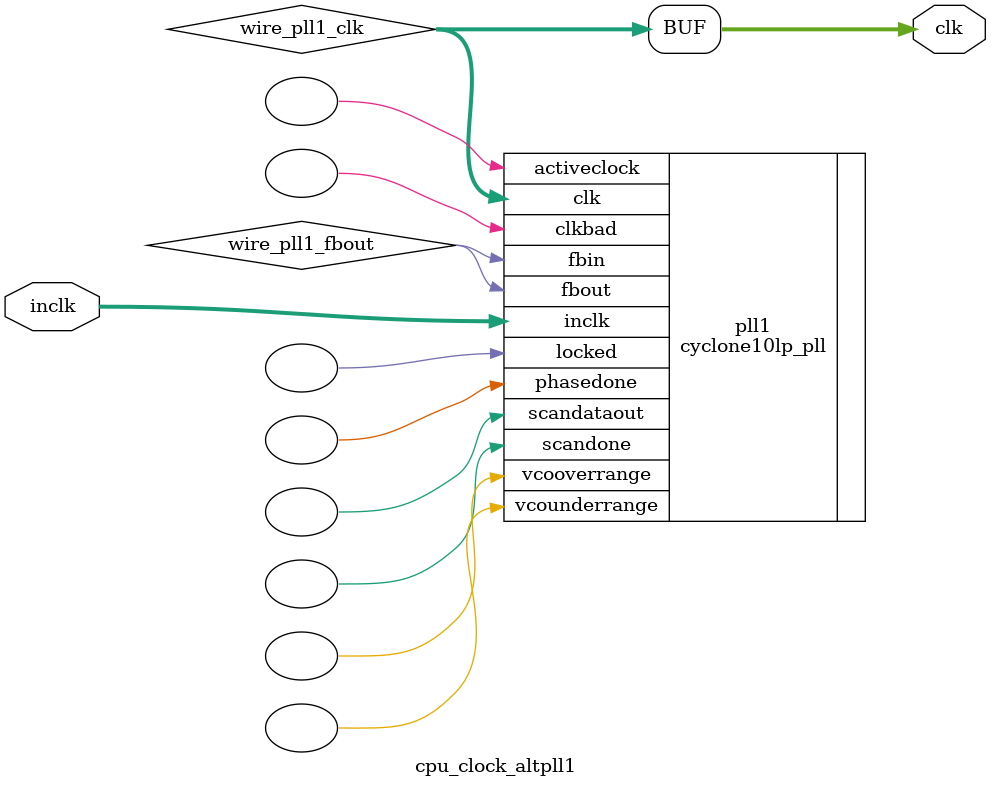
<source format=v>






//synthesis_resources = cyclone10lp_pll 1 
//synopsys translate_off
`timescale 1 ps / 1 ps
//synopsys translate_on
module  cpu_clock_altpll1
	( 
	clk,
	inclk) /* synthesis synthesis_clearbox=1 */;
	output   [4:0]  clk;
	input   [1:0]  inclk;
`ifndef ALTERA_RESERVED_QIS
// synopsys translate_off
`endif
	tri0   [1:0]  inclk;
`ifndef ALTERA_RESERVED_QIS
// synopsys translate_on
`endif

	wire  [4:0]   wire_pll1_clk;
	wire  wire_pll1_fbout;

	cyclone10lp_pll   pll1
	( 
	.activeclock(),
	.clk(wire_pll1_clk),
	.clkbad(),
	.fbin(wire_pll1_fbout),
	.fbout(wire_pll1_fbout),
	.inclk(inclk),
	.locked(),
	.phasedone(),
	.scandataout(),
	.scandone(),
	.vcooverrange(),
	.vcounderrange()
	`ifndef FORMAL_VERIFICATION
	// synopsys translate_off
	`endif
	,
	.areset(1'b0),
	.clkswitch(1'b0),
	.configupdate(1'b0),
	.pfdena(1'b1),
	.phasecounterselect({3{1'b0}}),
	.phasestep(1'b0),
	.phaseupdown(1'b0),
	.scanclk(1'b0),
	.scanclkena(1'b1),
	.scandata(1'b0)
	`ifndef FORMAL_VERIFICATION
	// synopsys translate_on
	`endif
	);
	defparam
		pll1.bandwidth_type = "auto",
		pll1.clk0_divide_by = 12,
		pll1.clk0_duty_cycle = 50,
		pll1.clk0_multiply_by = 1,
		pll1.clk0_phase_shift = "0",
		pll1.clk1_divide_by = 625,
		pll1.clk1_duty_cycle = 50,
		pll1.clk1_multiply_by = 6,
		pll1.clk1_phase_shift = "0",
		pll1.compensate_clock = "clk0",
		pll1.inclk0_input_frequency = 83333,
		pll1.operation_mode = "normal",
		pll1.pll_type = "auto",
		pll1.lpm_type = "cyclone10lp_pll";
	assign
		clk = {wire_pll1_clk[4:0]};
endmodule //cpu_clock_altpll1
//VALID FILE

</source>
